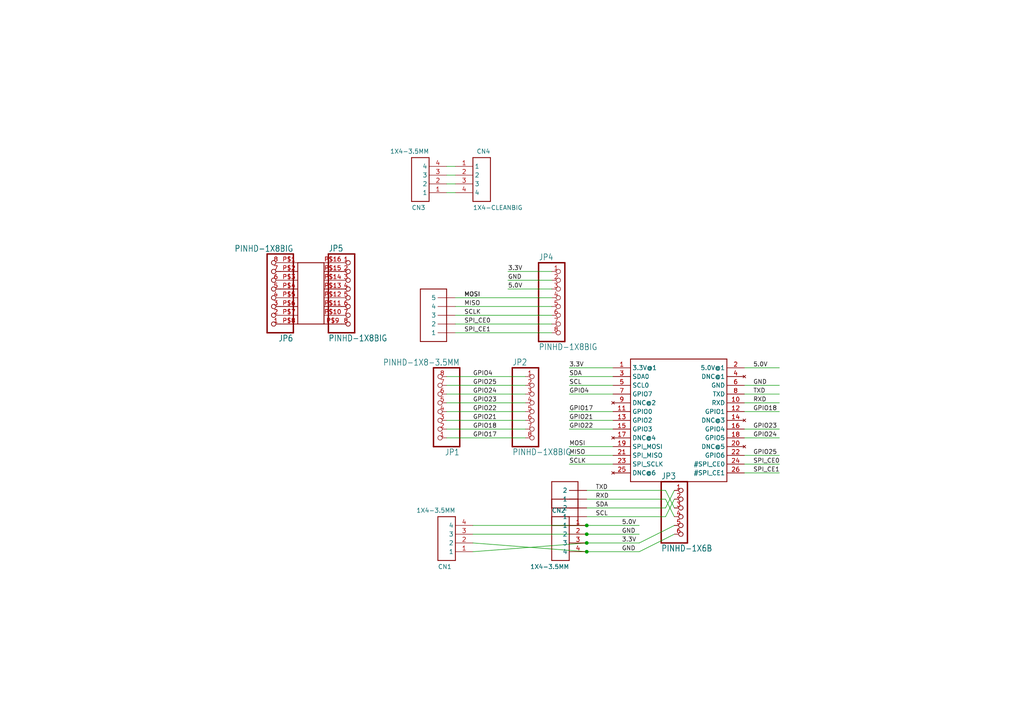
<source format=kicad_sch>
(kicad_sch (version 20211123) (generator eeschema)
  (paper "A4")
  (lib_symbols
    (symbol "schematicEagle-eagle-import:1X2-3.5MM"
      (symbol "1X2-3.5MM_1_0"
        (polyline (pts (xy -2.54 -2.54) (xy 5.08 -2.54)) (stroke (width 0.254)))
        (polyline (pts (xy -2.54 5.08) (xy -2.54 -2.54)) (stroke (width 0.254)))
        (polyline (pts (xy 5.08 -2.54) (xy 5.08 5.08)) (stroke (width 0.254)))
        (polyline (pts (xy 5.08 5.08) (xy -2.54 5.08)) (stroke (width 0.254)))
        (pin passive line (at -5.08 2.54 0) (length 5.08) (name "1") (number "1"))
        (pin passive line (at -5.08 0 0) (length 5.08) (name "2") (number "2"))
      )
    )
    (symbol "schematicEagle-eagle-import:1X4-3.5MM"
      (property "Reference" "CN" (at 5.08 7.62 0))
      (property "Value" "1X4-3.5MM" (at 0 -10.16 0))
      (symbol "1X4-3.5MM_1_0"
        (polyline (pts (xy 0 -7.62) (xy 0 5.08)) (stroke (width 0.254)))
        (polyline (pts (xy 0 5.08) (xy 5.08 5.08)) (stroke (width 0.254)))
        (polyline (pts (xy 5.08 -7.62) (xy 0 -7.62)) (stroke (width 0.254)))
        (polyline (pts (xy 5.08 5.08) (xy 5.08 -7.62)) (stroke (width 0.254)))
        (pin bidirectional line (at -5.08 2.54 0) (length 5.08) (name "1") (number "1"))
        (pin bidirectional line (at -5.08 0 0) (length 5.08) (name "2") (number "2"))
        (pin bidirectional line (at -5.08 -2.54 0) (length 5.08) (name "3") (number "3"))
        (pin bidirectional line (at -5.08 -5.08 0) (length 5.08) (name "4") (number "4"))
      )
    )
    (symbol "schematicEagle-eagle-import:1X4-CLEANBIG"
      (property "Reference" "CN" (at 5.08 7.62 0))
      (property "Value" "1X4-CLEANBIG" (at 0 -10.16 0))
      (symbol "1X4-CLEANBIG_1_0"
        (polyline (pts (xy 0 -7.62) (xy 0 5.08)) (stroke (width 0.254)))
        (polyline (pts (xy 0 5.08) (xy 5.08 5.08)) (stroke (width 0.254)))
        (polyline (pts (xy 5.08 -7.62) (xy 0 -7.62)) (stroke (width 0.254)))
        (polyline (pts (xy 5.08 5.08) (xy 5.08 -7.62)) (stroke (width 0.254)))
        (pin bidirectional line (at -5.08 2.54 0) (length 5.08) (name "1") (number "1"))
        (pin bidirectional line (at -5.08 0 0) (length 5.08) (name "2") (number "2"))
        (pin bidirectional line (at -5.08 -2.54 0) (length 5.08) (name "3") (number "3"))
        (pin bidirectional line (at -5.08 -5.08 0) (length 5.08) (name "4") (number "4"))
      )
    )
    (symbol "schematicEagle-eagle-import:1X5"
      (symbol "1X5_1_0"
        (polyline (pts (xy -5.08 -7.62) (xy 2.54 -7.62)) (stroke (width 0.254)))
        (polyline (pts (xy -5.08 7.62) (xy -5.08 -7.62)) (stroke (width 0.254)))
        (polyline (pts (xy 2.54 -7.62) (xy 2.54 7.62)) (stroke (width 0.254)))
        (polyline (pts (xy 2.54 7.62) (xy -5.08 7.62)) (stroke (width 0.254)))
        (pin passive line (at -7.62 5.08 0) (length 5.08) (name "1") (number "1"))
        (pin passive line (at -7.62 2.54 0) (length 5.08) (name "2") (number "2"))
        (pin passive line (at -7.62 0 0) (length 5.08) (name "3") (number "3"))
        (pin passive line (at -7.62 -2.54 0) (length 5.08) (name "4") (number "4"))
        (pin passive line (at -7.62 -5.08 0) (length 5.08) (name "5") (number "5"))
      )
    )
    (symbol "schematicEagle-eagle-import:PINHD-1X6B"
      (property "Reference" "JP" (at -6.35 10.795 0))
      (property "Value" "PINHD-1X6B" (at -6.35 -10.16 0))
      (symbol "PINHD-1X6B_1_0"
        (polyline (pts (xy -6.35 -7.62) (xy 1.27 -7.62)) (stroke (width 0.4064)))
        (polyline (pts (xy -6.35 10.16) (xy -6.35 -7.62)) (stroke (width 0.4064)))
        (polyline (pts (xy 1.27 -7.62) (xy 1.27 10.16)) (stroke (width 0.4064)))
        (polyline (pts (xy 1.27 10.16) (xy -6.35 10.16)) (stroke (width 0.4064)))
        (pin passive inverted (at -2.54 7.62 0) (length 2.54) (name "1") (number "1"))
        (pin passive inverted (at -2.54 5.08 0) (length 2.54) (name "2") (number "2"))
        (pin passive inverted (at -2.54 2.54 0) (length 2.54) (name "3") (number "3"))
        (pin passive inverted (at -2.54 0 0) (length 2.54) (name "4") (number "4"))
        (pin passive inverted (at -2.54 -2.54 0) (length 2.54) (name "5") (number "5"))
        (pin passive inverted (at -2.54 -5.08 0) (length 2.54) (name "6") (number "6"))
      )
    )
    (symbol "schematicEagle-eagle-import:PINHD-1X8-3.5MM"
      (property "Reference" "JP" (at -6.35 10.795 0))
      (property "Value" "PINHD-1X8-3.5MM" (at -6.35 -15.24 0))
      (symbol "PINHD-1X8-3.5MM_1_0"
        (polyline (pts (xy -6.35 -12.7) (xy 1.27 -12.7)) (stroke (width 0.4064)))
        (polyline (pts (xy -6.35 10.16) (xy -6.35 -12.7)) (stroke (width 0.4064)))
        (polyline (pts (xy 1.27 -12.7) (xy 1.27 10.16)) (stroke (width 0.4064)))
        (polyline (pts (xy 1.27 10.16) (xy -6.35 10.16)) (stroke (width 0.4064)))
        (pin passive inverted (at -2.54 7.62 0) (length 2.54) (name "1") (number "1"))
        (pin passive inverted (at -2.54 5.08 0) (length 2.54) (name "2") (number "2"))
        (pin passive inverted (at -2.54 2.54 0) (length 2.54) (name "3") (number "3"))
        (pin passive inverted (at -2.54 0 0) (length 2.54) (name "4") (number "4"))
        (pin passive inverted (at -2.54 -2.54 0) (length 2.54) (name "5") (number "5"))
        (pin passive inverted (at -2.54 -5.08 0) (length 2.54) (name "6") (number "6"))
        (pin passive inverted (at -2.54 -7.62 0) (length 2.54) (name "7") (number "7"))
        (pin passive inverted (at -2.54 -10.16 0) (length 2.54) (name "8") (number "8"))
      )
    )
    (symbol "schematicEagle-eagle-import:PINHD-1X8BIG"
      (property "Reference" "JP" (at -6.35 10.795 0))
      (property "Value" "PINHD-1X8BIG" (at -6.35 -15.24 0))
      (symbol "PINHD-1X8BIG_1_0"
        (polyline (pts (xy -6.35 -12.7) (xy 1.27 -12.7)) (stroke (width 0.4064)))
        (polyline (pts (xy -6.35 10.16) (xy -6.35 -12.7)) (stroke (width 0.4064)))
        (polyline (pts (xy 1.27 -12.7) (xy 1.27 10.16)) (stroke (width 0.4064)))
        (polyline (pts (xy 1.27 10.16) (xy -6.35 10.16)) (stroke (width 0.4064)))
        (pin passive inverted (at -2.54 7.62 0) (length 2.54) (name "1") (number "1"))
        (pin passive inverted (at -2.54 5.08 0) (length 2.54) (name "2") (number "2"))
        (pin passive inverted (at -2.54 2.54 0) (length 2.54) (name "3") (number "3"))
        (pin passive inverted (at -2.54 0 0) (length 2.54) (name "4") (number "4"))
        (pin passive inverted (at -2.54 -2.54 0) (length 2.54) (name "5") (number "5"))
        (pin passive inverted (at -2.54 -5.08 0) (length 2.54) (name "6") (number "6"))
        (pin passive inverted (at -2.54 -7.62 0) (length 2.54) (name "7") (number "7"))
        (pin passive inverted (at -2.54 -10.16 0) (length 2.54) (name "8") (number "8"))
      )
    )
    (symbol "schematicEagle-eagle-import:RASPBERRYPI_BB"
      (symbol "RASPBERRYPI_BB_1_0"
        (polyline (pts (xy -12.7 -17.78) (xy -12.7 17.78)) (stroke (width 0.254)))
        (polyline (pts (xy -12.7 17.78) (xy 15.24 17.78)) (stroke (width 0.254)))
        (polyline (pts (xy 15.24 -17.78) (xy -12.7 -17.78)) (stroke (width 0.254)))
        (polyline (pts (xy 15.24 17.78) (xy 15.24 -17.78)) (stroke (width 0.254)))
        (pin power_in line (at -17.78 15.24 0) (length 5.08) (name "3.3V@1") (number "1"))
        (pin input line (at 20.32 5.08 180) (length 5.08) (name "RXD") (number "10"))
        (pin bidirectional line (at -17.78 2.54 0) (length 5.08) (name "GPIO0") (number "11"))
        (pin bidirectional line (at 20.32 2.54 180) (length 5.08) (name "GPIO1") (number "12"))
        (pin bidirectional line (at -17.78 0 0) (length 5.08) (name "GPIO2") (number "13"))
        (pin no_connect line (at 20.32 0 180) (length 5.08) (name "DNC@3") (number "14"))
        (pin bidirectional line (at -17.78 -2.54 0) (length 5.08) (name "GPIO3") (number "15"))
        (pin bidirectional line (at 20.32 -2.54 180) (length 5.08) (name "GPIO4") (number "16"))
        (pin no_connect line (at -17.78 -5.08 0) (length 5.08) (name "DNC@4") (number "17"))
        (pin bidirectional line (at 20.32 -5.08 180) (length 5.08) (name "GPIO5") (number "18"))
        (pin output line (at -17.78 -7.62 0) (length 5.08) (name "SPI_MOSI") (number "19"))
        (pin power_in line (at 20.32 15.24 180) (length 5.08) (name "5.0V@1") (number "2"))
        (pin no_connect line (at 20.32 -7.62 180) (length 5.08) (name "DNC@5") (number "20"))
        (pin input line (at -17.78 -10.16 0) (length 5.08) (name "SPI_MISO") (number "21"))
        (pin bidirectional line (at 20.32 -10.16 180) (length 5.08) (name "GPIO6") (number "22"))
        (pin output line (at -17.78 -12.7 0) (length 5.08) (name "SPI_SCLK") (number "23"))
        (pin output line (at 20.32 -12.7 180) (length 5.08) (name "#SPI_CE0") (number "24"))
        (pin no_connect line (at -17.78 -15.24 0) (length 5.08) (name "DNC@6") (number "25"))
        (pin output line (at 20.32 -15.24 180) (length 5.08) (name "#SPI_CE1") (number "26"))
        (pin bidirectional line (at -17.78 12.7 0) (length 5.08) (name "SDA0") (number "3"))
        (pin no_connect line (at 20.32 12.7 180) (length 5.08) (name "DNC@1") (number "4"))
        (pin output line (at -17.78 10.16 0) (length 5.08) (name "SCL0") (number "5"))
        (pin power_in line (at 20.32 10.16 180) (length 5.08) (name "GND") (number "6"))
        (pin bidirectional line (at -17.78 7.62 0) (length 5.08) (name "GPIO7") (number "7"))
        (pin output line (at 20.32 7.62 180) (length 5.08) (name "TXD") (number "8"))
        (pin no_connect line (at -17.78 5.08 0) (length 5.08) (name "DNC@2") (number "9"))
      )
    )
    (symbol "schematicEagle-eagle-import:SMD-16SOIC"
      (symbol "SMD-16SOIC_1_0"
        (polyline (pts (xy -2.54 -5.08) (xy -2.54 12.7)) (stroke (width 0.254)))
        (polyline (pts (xy -2.54 12.7) (xy 5.08 12.7)) (stroke (width 0.254)))
        (polyline (pts (xy 5.08 -5.08) (xy -2.54 -5.08)) (stroke (width 0.254)))
        (polyline (pts (xy 5.08 12.7) (xy 5.08 -5.08)) (stroke (width 0.254)))
        (pin bidirectional line (at -7.62 12.7 0) (length 5.08) (name "P$1") (number "P$1"))
        (pin bidirectional line (at 10.16 -2.54 180) (length 5.08) (name "P$10") (number "P$10"))
        (pin bidirectional line (at 10.16 0 180) (length 5.08) (name "P$11") (number "P$11"))
        (pin bidirectional line (at 10.16 2.54 180) (length 5.08) (name "P$12") (number "P$12"))
        (pin bidirectional line (at 10.16 5.08 180) (length 5.08) (name "P$13") (number "P$13"))
        (pin bidirectional line (at 10.16 7.62 180) (length 5.08) (name "P$14") (number "P$14"))
        (pin bidirectional line (at 10.16 10.16 180) (length 5.08) (name "P$15") (number "P$15"))
        (pin bidirectional line (at 10.16 12.7 180) (length 5.08) (name "P$16") (number "P$16"))
        (pin bidirectional line (at -7.62 10.16 0) (length 5.08) (name "P$2") (number "P$2"))
        (pin bidirectional line (at -7.62 7.62 0) (length 5.08) (name "P$3") (number "P$3"))
        (pin bidirectional line (at -7.62 5.08 0) (length 5.08) (name "P$4") (number "P$4"))
        (pin bidirectional line (at -7.62 2.54 0) (length 5.08) (name "P$5") (number "P$5"))
        (pin bidirectional line (at -7.62 0 0) (length 5.08) (name "P$6") (number "P$6"))
        (pin bidirectional line (at -7.62 -2.54 0) (length 5.08) (name "P$7") (number "P$7"))
        (pin bidirectional line (at -7.62 -5.08 0) (length 5.08) (name "P$8") (number "P$8"))
        (pin bidirectional line (at 10.16 -5.08 180) (length 5.08) (name "P$9") (number "P$9"))
      )
    )
  )
  (junction (at 170.18 154.94))
  (junction (at 170.18 152.4))
  (junction (at 170.18 157.48))
  (junction (at 170.18 160.02))
  (wire (pts (xy 215.9 111.76) (xy 226.06 111.76)))
  (wire (pts (xy 170.18 149.86) (xy 193.04 149.86)))
  (wire (pts (xy 185.42 157.48) (xy 195.58 152.4)))
  (wire (pts (xy 165.1 132.08) (xy 177.8 132.08)))
  (wire (pts (xy 132.08 53.34) (xy 129.54 53.34)))
  (wire (pts (xy 132.08 48.26) (xy 129.54 48.26)))
  (wire (pts (xy 170.18 160.02) (xy 185.42 160.02)))
  (wire (pts (xy 129.54 116.84) (xy 152.4 116.84)))
  (wire (pts (xy 177.8 111.76) (xy 165.1 111.76)))
  (wire (pts (xy 215.9 119.38) (xy 226.06 119.38)))
  (wire (pts (xy 132.08 55.88) (xy 129.54 55.88)))
  (wire (pts (xy 170.18 152.4) (xy 185.42 152.4)))
  (wire (pts (xy 170.18 142.24) (xy 193.04 142.24)))
  (wire (pts (xy 132.08 50.8) (xy 129.54 50.8)))
  (wire (pts (xy 129.54 111.76) (xy 152.4 111.76)))
  (wire (pts (xy 160.02 81.28) (xy 147.32 81.28)))
  (wire (pts (xy 137.16 157.48) (xy 170.18 160.02)))
  (wire (pts (xy 177.8 114.3) (xy 165.1 114.3)))
  (wire (pts (xy 129.54 121.92) (xy 152.4 121.92)))
  (wire (pts (xy 132.08 96.52) (xy 160.02 96.52)))
  (wire (pts (xy 170.18 154.94) (xy 185.42 154.94)))
  (wire (pts (xy 185.42 157.48) (xy 170.18 157.48)))
  (wire (pts (xy 177.8 129.54) (xy 165.1 129.54)))
  (wire (pts (xy 193.04 147.32) (xy 195.58 142.24)))
  (wire (pts (xy 185.42 160.02) (xy 195.58 154.94)))
  (wire (pts (xy 215.9 132.08) (xy 226.06 132.08)))
  (wire (pts (xy 215.9 116.84) (xy 226.06 116.84)))
  (wire (pts (xy 170.18 157.48) (xy 137.16 160.02)))
  (wire (pts (xy 177.8 124.46) (xy 165.1 124.46)))
  (wire (pts (xy 215.9 106.68) (xy 226.06 106.68)))
  (wire (pts (xy 215.9 114.3) (xy 226.06 114.3)))
  (wire (pts (xy 132.08 86.36) (xy 160.02 86.36)))
  (wire (pts (xy 215.9 124.46) (xy 226.06 124.46)))
  (wire (pts (xy 193.04 144.78) (xy 195.58 149.86)))
  (wire (pts (xy 215.9 137.16) (xy 226.06 137.16)))
  (wire (pts (xy 177.8 121.92) (xy 165.1 121.92)))
  (wire (pts (xy 129.54 119.38) (xy 152.4 119.38)))
  (wire (pts (xy 170.18 152.4) (xy 137.16 152.4)))
  (wire (pts (xy 129.54 114.3) (xy 152.4 114.3)))
  (wire (pts (xy 132.08 93.98) (xy 160.02 93.98)))
  (wire (pts (xy 177.8 109.22) (xy 165.1 109.22)))
  (wire (pts (xy 129.54 127) (xy 152.4 127)))
  (wire (pts (xy 177.8 134.62) (xy 165.1 134.62)))
  (wire (pts (xy 160.02 78.74) (xy 147.32 78.74)))
  (wire (pts (xy 160.02 83.82) (xy 147.32 83.82)))
  (wire (pts (xy 193.04 142.24) (xy 195.58 147.32)))
  (wire (pts (xy 177.8 106.68) (xy 165.1 106.68)))
  (wire (pts (xy 129.54 109.22) (xy 152.4 109.22)))
  (wire (pts (xy 132.08 88.9) (xy 160.02 88.9)))
  (wire (pts (xy 170.18 154.94) (xy 137.16 154.94)))
  (wire (pts (xy 215.9 127) (xy 226.06 127)))
  (wire (pts (xy 170.18 144.78) (xy 193.04 144.78)))
  (wire (pts (xy 170.18 147.32) (xy 193.04 147.32)))
  (wire (pts (xy 132.08 91.44) (xy 160.02 91.44)))
  (wire (pts (xy 129.54 124.46) (xy 152.4 124.46)))
  (wire (pts (xy 215.9 134.62) (xy 226.06 134.62)))
  (wire (pts (xy 177.8 119.38) (xy 165.1 119.38)))
  (wire (pts (xy 193.04 149.86) (xy 195.58 144.78)))
  (label "GPIO25" (at 137.16 111.76 0) (effects (font (size 1.2446 1.2446))))
  (label "GND" (at 180.34 154.94 0) (effects (font (size 1.2446 1.2446))))
  (label "GPIO17" (at 165.1 119.38 0) (effects (font (size 1.2446 1.2446))))
  (label "MOSI" (at 134.62 86.36 0) (effects (font (size 1.2446 1.2446))))
  (label "GND" (at 147.32 81.28 0) (effects (font (size 1.2446 1.2446))))
  (label "3.3V" (at 165.1 106.68 0) (effects (font (size 1.2446 1.2446))))
  (label "GPIO23" (at 218.44 124.46 0) (effects (font (size 1.2446 1.2446))))
  (label "GPIO4" (at 137.16 109.22 0) (effects (font (size 1.2446 1.2446))))
  (label "GPIO4" (at 165.1 114.3 0) (effects (font (size 1.2446 1.2446))))
  (label "SPI_CE0" (at 134.62 93.98 0) (effects (font (size 1.2446 1.2446))))
  (label "GPIO22" (at 137.16 119.38 0) (effects (font (size 1.2446 1.2446))))
  (label "GPIO18" (at 137.16 124.46 0) (effects (font (size 1.2446 1.2446))))
  (label "GPIO23" (at 137.16 116.84 0) (effects (font (size 1.2446 1.2446))))
  (label "SPI_CE1" (at 218.44 137.16 0) (effects (font (size 1.2446 1.2446))))
  (label "3.3V" (at 180.34 157.48 0) (effects (font (size 1.2446 1.2446))))
  (label "GPIO21" (at 165.1 121.92 0) (effects (font (size 1.2446 1.2446))))
  (label "SCL" (at 165.1 111.76 0) (effects (font (size 1.2446 1.2446))))
  (label "GPIO24" (at 218.44 127 0) (effects (font (size 1.2446 1.2446))))
  (label "SCLK" (at 165.1 134.62 0) (effects (font (size 1.2446 1.2446))))
  (label "GND" (at 218.44 111.76 0) (effects (font (size 1.2446 1.2446))))
  (label "TXD" (at 172.72 142.24 0) (effects (font (size 1.2446 1.2446))))
  (label "SDA" (at 172.72 147.32 0) (effects (font (size 1.2446 1.2446))))
  (label "SCL" (at 172.72 149.86 0) (effects (font (size 1.2446 1.2446))))
  (label "5.0V" (at 147.32 83.82 0) (effects (font (size 1.2446 1.2446))))
  (label "MOSI" (at 134.62 86.36 0) (effects (font (size 1.2446 1.2446))))
  (label "SPI_CE1" (at 134.62 96.52 0) (effects (font (size 1.2446 1.2446))))
  (label "RXD" (at 172.72 144.78 0) (effects (font (size 1.2446 1.2446))))
  (label "GPIO24" (at 137.16 114.3 0) (effects (font (size 1.2446 1.2446))))
  (label "MOSI" (at 165.1 129.54 0) (effects (font (size 1.2446 1.2446))))
  (label "GPIO17" (at 137.16 127 0) (effects (font (size 1.2446 1.2446))))
  (label "GPIO18" (at 218.44 119.38 0) (effects (font (size 1.2446 1.2446))))
  (label "GND" (at 180.34 160.02 0) (effects (font (size 1.2446 1.2446))))
  (label "5.0V" (at 180.34 152.4 0) (effects (font (size 1.2446 1.2446))))
  (label "RXD" (at 218.44 116.84 0) (effects (font (size 1.2446 1.2446))))
  (label "SCLK" (at 134.62 91.44 0) (effects (font (size 1.2446 1.2446))))
  (label "GPIO25" (at 218.44 132.08 0) (effects (font (size 1.2446 1.2446))))
  (label "GPIO21" (at 137.16 121.92 0) (effects (font (size 1.2446 1.2446))))
  (label "SPI_CE0" (at 218.44 134.62 0) (effects (font (size 1.2446 1.2446))))
  (label "MISO" (at 165.1 132.08 0) (effects (font (size 1.2446 1.2446))))
  (label "MISO" (at 134.62 88.9 0) (effects (font (size 1.2446 1.2446))))
  (label "5.0V" (at 218.44 106.68 0) (effects (font (size 1.2446 1.2446))))
  (label "TXD" (at 218.44 114.3 0) (effects (font (size 1.2446 1.2446))))
  (label "SDA" (at 165.1 109.22 0) (effects (font (size 1.2446 1.2446))))
  (label "3.3V" (at 147.32 78.74 0) (effects (font (size 1.2446 1.2446))))
  (label "GPIO22" (at 165.1 124.46 0) (effects (font (size 1.2446 1.2446))))
  (symbol (lib_id "schematicEagle-eagle-import:PINHD-1X6B") (at 198.12 149.86 0) (unit 1)
    (property "Reference" "JP3" (at 191.77 139.065 0) (effects (font (size 1.778 1.5113)) (justify left bottom)))
    (property "Value" "PINHD-1X6B" (at 191.77 160.02 0) (effects (font (size 1.778 1.5113)) (justify left bottom)))
    (property "Footprint" "schematicEagle:1X06-BIG" (effects hide))
  )
  (symbol (lib_id "schematicEagle-eagle-import:PINHD-1X8BIG") (at 78.74 86.36 180) (unit 1)
    (property "Reference" "JP6" (at 85.09 97.155 0) (effects (font (size 1.778 1.5113)) (justify left bottom)))
    (property "Value" "PINHD-1X8BIG" (at 85.09 71.12 0) (effects (font (size 1.778 1.5113)) (justify left bottom)))
    (property "Footprint" "schematicEagle:1X08-BIG" (effects hide))
  )
  (symbol (lib_id "schematicEagle-eagle-import:1X5") (at 124.46 91.44 180) (unit 1)
    (property "Reference" "J3" (effects hide))
    (property "Value" "1X5" (effects hide))
    (property "Footprint" "schematicEagle:1X05-3.5MM" (effects hide))
  )
  (symbol (lib_id "schematicEagle-eagle-import:1X2-3.5MM") (at 165.1 142.24 180) (unit 1)
    (property "Reference" "J2" (effects hide))
    (property "Value" "1X2-3.5MM" (effects hide))
    (property "Footprint" "schematicEagle:1X2-3.5MM" (effects hide))
  )
  (symbol (lib_id "schematicEagle-eagle-import:1X2-3.5MM") (at 165.1 147.32 180) (unit 1)
    (property "Reference" "J1" (effects hide))
    (property "Value" "1X2-3.5MM" (effects hide))
    (property "Footprint" "schematicEagle:1X2-3.5MM" (effects hide))
  )
  (symbol (lib_id "schematicEagle-eagle-import:1X4-3.5MM") (at 124.46 53.34 180) (unit 1)
    (property "Reference" "CN3" (at 119.38 60.96 0) (effects (justify right top)))
    (property "Value" "1X4-3.5MM" (at 124.46 43.18 0) (effects (justify left bottom)))
    (property "Footprint" "schematicEagle:1X04-3.5MM" (effects hide))
  )
  (symbol (lib_id "schematicEagle-eagle-import:RASPBERRYPI_BB") (at 195.58 121.92 0) (unit 1)
    (property "Reference" "U$1" (effects hide))
    (property "Value" "RASPBERRYPI_BB" (effects hide))
    (property "Footprint" "schematicEagle:RASBERRYPI_SHIELD" (effects hide))
  )
  (symbol (lib_id "schematicEagle-eagle-import:1X4-CLEANBIG") (at 137.16 50.8 0) (unit 1)
    (property "Reference" "CN4" (at 142.24 43.18 0) (effects (justify right top)))
    (property "Value" "1X4-CLEANBIG" (at 137.16 60.96 0) (effects (justify left bottom)))
    (property "Footprint" "schematicEagle:1X04-CLEANBIG" (effects hide))
  )
  (symbol (lib_id "schematicEagle-eagle-import:PINHD-1X8-3.5MM") (at 127 119.38 180) (unit 1)
    (property "Reference" "JP1" (at 133.35 130.175 0) (effects (font (size 1.778 1.5113)) (justify left bottom)))
    (property "Value" "PINHD-1X8-3.5MM" (at 133.35 104.14 0) (effects (font (size 1.778 1.5113)) (justify left bottom)))
    (property "Footprint" "schematicEagle:1X08-3.5MM" (effects hide))
  )
  (symbol (lib_id "schematicEagle-eagle-import:1X4-3.5MM") (at 165.1 154.94 0) (mirror y) (unit 1)
    (property "Reference" "CN2" (at 160.02 147.32 0) (effects (justify right top)))
    (property "Value" "1X4-3.5MM" (at 165.1 165.1 0) (effects (justify left bottom)))
    (property "Footprint" "schematicEagle:1X04-3.5MM" (effects hide))
  )
  (symbol (lib_id "schematicEagle-eagle-import:PINHD-1X8BIG") (at 154.94 116.84 0) (unit 1)
    (property "Reference" "JP2" (at 148.59 106.045 0) (effects (font (size 1.778 1.5113)) (justify left bottom)))
    (property "Value" "PINHD-1X8BIG" (at 148.59 132.08 0) (effects (font (size 1.778 1.5113)) (justify left bottom)))
    (property "Footprint" "schematicEagle:1X08-BIG" (effects hide))
  )
  (symbol (lib_id "schematicEagle-eagle-import:1X4-3.5MM") (at 132.08 157.48 180) (unit 1)
    (property "Reference" "CN1" (at 127 165.1 0) (effects (justify right top)))
    (property "Value" "1X4-3.5MM" (at 132.08 147.32 0) (effects (justify left bottom)))
    (property "Footprint" "schematicEagle:1X04-3.5MM" (effects hide))
  )
  (symbol (lib_id "schematicEagle-eagle-import:PINHD-1X8BIG") (at 101.6 83.82 0) (unit 1)
    (property "Reference" "JP5" (at 95.25 73.025 0) (effects (font (size 1.778 1.5113)) (justify left bottom)))
    (property "Value" "PINHD-1X8BIG" (at 95.25 99.06 0) (effects (font (size 1.778 1.5113)) (justify left bottom)))
    (property "Footprint" "schematicEagle:1X08-BIG" (effects hide))
  )
  (symbol (lib_id "schematicEagle-eagle-import:SMD-16SOIC") (at 88.9 88.9 0) (unit 1)
    (property "Reference" "U$2" (effects hide))
    (property "Value" "SMD-16SOIC" (effects hide))
    (property "Footprint" "schematicEagle:SO-16NMW" (effects hide))
  )
  (symbol (lib_id "schematicEagle-eagle-import:PINHD-1X8BIG") (at 162.56 86.36 0) (unit 1)
    (property "Reference" "JP4" (at 156.21 75.565 0) (effects (font (size 1.778 1.5113)) (justify left bottom)))
    (property "Value" "PINHD-1X8BIG" (at 156.21 101.6 0) (effects (font (size 1.778 1.5113)) (justify left bottom)))
    (property "Footprint" "schematicEagle:1X08-BIG" (effects hide))
  )
)
</source>
